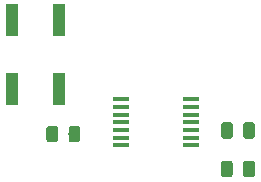
<source format=gbr>
G04 #@! TF.GenerationSoftware,KiCad,Pcbnew,5.1.2*
G04 #@! TF.CreationDate,2019-05-06T11:57:56-05:00*
G04 #@! TF.ProjectId,STM32L011Minimal,53544d33-324c-4303-9131-4d696e696d61,rev?*
G04 #@! TF.SameCoordinates,Original*
G04 #@! TF.FileFunction,Paste,Top*
G04 #@! TF.FilePolarity,Positive*
%FSLAX46Y46*%
G04 Gerber Fmt 4.6, Leading zero omitted, Abs format (unit mm)*
G04 Created by KiCad (PCBNEW 5.1.2) date 2019-05-06 11:57:56*
%MOMM*%
%LPD*%
G04 APERTURE LIST*
%ADD10C,0.100000*%
%ADD11C,0.975000*%
%ADD12R,1.000000X2.800000*%
%ADD13R,1.450000X0.450000*%
G04 APERTURE END LIST*
D10*
G36*
X153332642Y-81851174D02*
G01*
X153356303Y-81854684D01*
X153379507Y-81860496D01*
X153402029Y-81868554D01*
X153423653Y-81878782D01*
X153444170Y-81891079D01*
X153463383Y-81905329D01*
X153481107Y-81921393D01*
X153497171Y-81939117D01*
X153511421Y-81958330D01*
X153523718Y-81978847D01*
X153533946Y-82000471D01*
X153542004Y-82022993D01*
X153547816Y-82046197D01*
X153551326Y-82069858D01*
X153552500Y-82093750D01*
X153552500Y-83006250D01*
X153551326Y-83030142D01*
X153547816Y-83053803D01*
X153542004Y-83077007D01*
X153533946Y-83099529D01*
X153523718Y-83121153D01*
X153511421Y-83141670D01*
X153497171Y-83160883D01*
X153481107Y-83178607D01*
X153463383Y-83194671D01*
X153444170Y-83208921D01*
X153423653Y-83221218D01*
X153402029Y-83231446D01*
X153379507Y-83239504D01*
X153356303Y-83245316D01*
X153332642Y-83248826D01*
X153308750Y-83250000D01*
X152821250Y-83250000D01*
X152797358Y-83248826D01*
X152773697Y-83245316D01*
X152750493Y-83239504D01*
X152727971Y-83231446D01*
X152706347Y-83221218D01*
X152685830Y-83208921D01*
X152666617Y-83194671D01*
X152648893Y-83178607D01*
X152632829Y-83160883D01*
X152618579Y-83141670D01*
X152606282Y-83121153D01*
X152596054Y-83099529D01*
X152587996Y-83077007D01*
X152582184Y-83053803D01*
X152578674Y-83030142D01*
X152577500Y-83006250D01*
X152577500Y-82093750D01*
X152578674Y-82069858D01*
X152582184Y-82046197D01*
X152587996Y-82022993D01*
X152596054Y-82000471D01*
X152606282Y-81978847D01*
X152618579Y-81958330D01*
X152632829Y-81939117D01*
X152648893Y-81921393D01*
X152666617Y-81905329D01*
X152685830Y-81891079D01*
X152706347Y-81878782D01*
X152727971Y-81868554D01*
X152750493Y-81860496D01*
X152773697Y-81854684D01*
X152797358Y-81851174D01*
X152821250Y-81850000D01*
X153308750Y-81850000D01*
X153332642Y-81851174D01*
X153332642Y-81851174D01*
G37*
D11*
X153065000Y-82550000D03*
D10*
G36*
X155207642Y-81851174D02*
G01*
X155231303Y-81854684D01*
X155254507Y-81860496D01*
X155277029Y-81868554D01*
X155298653Y-81878782D01*
X155319170Y-81891079D01*
X155338383Y-81905329D01*
X155356107Y-81921393D01*
X155372171Y-81939117D01*
X155386421Y-81958330D01*
X155398718Y-81978847D01*
X155408946Y-82000471D01*
X155417004Y-82022993D01*
X155422816Y-82046197D01*
X155426326Y-82069858D01*
X155427500Y-82093750D01*
X155427500Y-83006250D01*
X155426326Y-83030142D01*
X155422816Y-83053803D01*
X155417004Y-83077007D01*
X155408946Y-83099529D01*
X155398718Y-83121153D01*
X155386421Y-83141670D01*
X155372171Y-83160883D01*
X155356107Y-83178607D01*
X155338383Y-83194671D01*
X155319170Y-83208921D01*
X155298653Y-83221218D01*
X155277029Y-83231446D01*
X155254507Y-83239504D01*
X155231303Y-83245316D01*
X155207642Y-83248826D01*
X155183750Y-83250000D01*
X154696250Y-83250000D01*
X154672358Y-83248826D01*
X154648697Y-83245316D01*
X154625493Y-83239504D01*
X154602971Y-83231446D01*
X154581347Y-83221218D01*
X154560830Y-83208921D01*
X154541617Y-83194671D01*
X154523893Y-83178607D01*
X154507829Y-83160883D01*
X154493579Y-83141670D01*
X154481282Y-83121153D01*
X154471054Y-83099529D01*
X154462996Y-83077007D01*
X154457184Y-83053803D01*
X154453674Y-83030142D01*
X154452500Y-83006250D01*
X154452500Y-82093750D01*
X154453674Y-82069858D01*
X154457184Y-82046197D01*
X154462996Y-82022993D01*
X154471054Y-82000471D01*
X154481282Y-81978847D01*
X154493579Y-81958330D01*
X154507829Y-81939117D01*
X154523893Y-81921393D01*
X154541617Y-81905329D01*
X154560830Y-81891079D01*
X154581347Y-81878782D01*
X154602971Y-81868554D01*
X154625493Y-81860496D01*
X154648697Y-81854684D01*
X154672358Y-81851174D01*
X154696250Y-81850000D01*
X155183750Y-81850000D01*
X155207642Y-81851174D01*
X155207642Y-81851174D01*
G37*
D11*
X154940000Y-82550000D03*
D10*
G36*
X168117642Y-81551174D02*
G01*
X168141303Y-81554684D01*
X168164507Y-81560496D01*
X168187029Y-81568554D01*
X168208653Y-81578782D01*
X168229170Y-81591079D01*
X168248383Y-81605329D01*
X168266107Y-81621393D01*
X168282171Y-81639117D01*
X168296421Y-81658330D01*
X168308718Y-81678847D01*
X168318946Y-81700471D01*
X168327004Y-81722993D01*
X168332816Y-81746197D01*
X168336326Y-81769858D01*
X168337500Y-81793750D01*
X168337500Y-82706250D01*
X168336326Y-82730142D01*
X168332816Y-82753803D01*
X168327004Y-82777007D01*
X168318946Y-82799529D01*
X168308718Y-82821153D01*
X168296421Y-82841670D01*
X168282171Y-82860883D01*
X168266107Y-82878607D01*
X168248383Y-82894671D01*
X168229170Y-82908921D01*
X168208653Y-82921218D01*
X168187029Y-82931446D01*
X168164507Y-82939504D01*
X168141303Y-82945316D01*
X168117642Y-82948826D01*
X168093750Y-82950000D01*
X167606250Y-82950000D01*
X167582358Y-82948826D01*
X167558697Y-82945316D01*
X167535493Y-82939504D01*
X167512971Y-82931446D01*
X167491347Y-82921218D01*
X167470830Y-82908921D01*
X167451617Y-82894671D01*
X167433893Y-82878607D01*
X167417829Y-82860883D01*
X167403579Y-82841670D01*
X167391282Y-82821153D01*
X167381054Y-82799529D01*
X167372996Y-82777007D01*
X167367184Y-82753803D01*
X167363674Y-82730142D01*
X167362500Y-82706250D01*
X167362500Y-81793750D01*
X167363674Y-81769858D01*
X167367184Y-81746197D01*
X167372996Y-81722993D01*
X167381054Y-81700471D01*
X167391282Y-81678847D01*
X167403579Y-81658330D01*
X167417829Y-81639117D01*
X167433893Y-81621393D01*
X167451617Y-81605329D01*
X167470830Y-81591079D01*
X167491347Y-81578782D01*
X167512971Y-81568554D01*
X167535493Y-81560496D01*
X167558697Y-81554684D01*
X167582358Y-81551174D01*
X167606250Y-81550000D01*
X168093750Y-81550000D01*
X168117642Y-81551174D01*
X168117642Y-81551174D01*
G37*
D11*
X167850000Y-82250000D03*
D10*
G36*
X169992642Y-81551174D02*
G01*
X170016303Y-81554684D01*
X170039507Y-81560496D01*
X170062029Y-81568554D01*
X170083653Y-81578782D01*
X170104170Y-81591079D01*
X170123383Y-81605329D01*
X170141107Y-81621393D01*
X170157171Y-81639117D01*
X170171421Y-81658330D01*
X170183718Y-81678847D01*
X170193946Y-81700471D01*
X170202004Y-81722993D01*
X170207816Y-81746197D01*
X170211326Y-81769858D01*
X170212500Y-81793750D01*
X170212500Y-82706250D01*
X170211326Y-82730142D01*
X170207816Y-82753803D01*
X170202004Y-82777007D01*
X170193946Y-82799529D01*
X170183718Y-82821153D01*
X170171421Y-82841670D01*
X170157171Y-82860883D01*
X170141107Y-82878607D01*
X170123383Y-82894671D01*
X170104170Y-82908921D01*
X170083653Y-82921218D01*
X170062029Y-82931446D01*
X170039507Y-82939504D01*
X170016303Y-82945316D01*
X169992642Y-82948826D01*
X169968750Y-82950000D01*
X169481250Y-82950000D01*
X169457358Y-82948826D01*
X169433697Y-82945316D01*
X169410493Y-82939504D01*
X169387971Y-82931446D01*
X169366347Y-82921218D01*
X169345830Y-82908921D01*
X169326617Y-82894671D01*
X169308893Y-82878607D01*
X169292829Y-82860883D01*
X169278579Y-82841670D01*
X169266282Y-82821153D01*
X169256054Y-82799529D01*
X169247996Y-82777007D01*
X169242184Y-82753803D01*
X169238674Y-82730142D01*
X169237500Y-82706250D01*
X169237500Y-81793750D01*
X169238674Y-81769858D01*
X169242184Y-81746197D01*
X169247996Y-81722993D01*
X169256054Y-81700471D01*
X169266282Y-81678847D01*
X169278579Y-81658330D01*
X169292829Y-81639117D01*
X169308893Y-81621393D01*
X169326617Y-81605329D01*
X169345830Y-81591079D01*
X169366347Y-81578782D01*
X169387971Y-81568554D01*
X169410493Y-81560496D01*
X169433697Y-81554684D01*
X169457358Y-81551174D01*
X169481250Y-81550000D01*
X169968750Y-81550000D01*
X169992642Y-81551174D01*
X169992642Y-81551174D01*
G37*
D11*
X169725000Y-82250000D03*
D10*
G36*
X169992642Y-84801174D02*
G01*
X170016303Y-84804684D01*
X170039507Y-84810496D01*
X170062029Y-84818554D01*
X170083653Y-84828782D01*
X170104170Y-84841079D01*
X170123383Y-84855329D01*
X170141107Y-84871393D01*
X170157171Y-84889117D01*
X170171421Y-84908330D01*
X170183718Y-84928847D01*
X170193946Y-84950471D01*
X170202004Y-84972993D01*
X170207816Y-84996197D01*
X170211326Y-85019858D01*
X170212500Y-85043750D01*
X170212500Y-85956250D01*
X170211326Y-85980142D01*
X170207816Y-86003803D01*
X170202004Y-86027007D01*
X170193946Y-86049529D01*
X170183718Y-86071153D01*
X170171421Y-86091670D01*
X170157171Y-86110883D01*
X170141107Y-86128607D01*
X170123383Y-86144671D01*
X170104170Y-86158921D01*
X170083653Y-86171218D01*
X170062029Y-86181446D01*
X170039507Y-86189504D01*
X170016303Y-86195316D01*
X169992642Y-86198826D01*
X169968750Y-86200000D01*
X169481250Y-86200000D01*
X169457358Y-86198826D01*
X169433697Y-86195316D01*
X169410493Y-86189504D01*
X169387971Y-86181446D01*
X169366347Y-86171218D01*
X169345830Y-86158921D01*
X169326617Y-86144671D01*
X169308893Y-86128607D01*
X169292829Y-86110883D01*
X169278579Y-86091670D01*
X169266282Y-86071153D01*
X169256054Y-86049529D01*
X169247996Y-86027007D01*
X169242184Y-86003803D01*
X169238674Y-85980142D01*
X169237500Y-85956250D01*
X169237500Y-85043750D01*
X169238674Y-85019858D01*
X169242184Y-84996197D01*
X169247996Y-84972993D01*
X169256054Y-84950471D01*
X169266282Y-84928847D01*
X169278579Y-84908330D01*
X169292829Y-84889117D01*
X169308893Y-84871393D01*
X169326617Y-84855329D01*
X169345830Y-84841079D01*
X169366347Y-84828782D01*
X169387971Y-84818554D01*
X169410493Y-84810496D01*
X169433697Y-84804684D01*
X169457358Y-84801174D01*
X169481250Y-84800000D01*
X169968750Y-84800000D01*
X169992642Y-84801174D01*
X169992642Y-84801174D01*
G37*
D11*
X169725000Y-85500000D03*
D10*
G36*
X168117642Y-84801174D02*
G01*
X168141303Y-84804684D01*
X168164507Y-84810496D01*
X168187029Y-84818554D01*
X168208653Y-84828782D01*
X168229170Y-84841079D01*
X168248383Y-84855329D01*
X168266107Y-84871393D01*
X168282171Y-84889117D01*
X168296421Y-84908330D01*
X168308718Y-84928847D01*
X168318946Y-84950471D01*
X168327004Y-84972993D01*
X168332816Y-84996197D01*
X168336326Y-85019858D01*
X168337500Y-85043750D01*
X168337500Y-85956250D01*
X168336326Y-85980142D01*
X168332816Y-86003803D01*
X168327004Y-86027007D01*
X168318946Y-86049529D01*
X168308718Y-86071153D01*
X168296421Y-86091670D01*
X168282171Y-86110883D01*
X168266107Y-86128607D01*
X168248383Y-86144671D01*
X168229170Y-86158921D01*
X168208653Y-86171218D01*
X168187029Y-86181446D01*
X168164507Y-86189504D01*
X168141303Y-86195316D01*
X168117642Y-86198826D01*
X168093750Y-86200000D01*
X167606250Y-86200000D01*
X167582358Y-86198826D01*
X167558697Y-86195316D01*
X167535493Y-86189504D01*
X167512971Y-86181446D01*
X167491347Y-86171218D01*
X167470830Y-86158921D01*
X167451617Y-86144671D01*
X167433893Y-86128607D01*
X167417829Y-86110883D01*
X167403579Y-86091670D01*
X167391282Y-86071153D01*
X167381054Y-86049529D01*
X167372996Y-86027007D01*
X167367184Y-86003803D01*
X167363674Y-85980142D01*
X167362500Y-85956250D01*
X167362500Y-85043750D01*
X167363674Y-85019858D01*
X167367184Y-84996197D01*
X167372996Y-84972993D01*
X167381054Y-84950471D01*
X167391282Y-84928847D01*
X167403579Y-84908330D01*
X167417829Y-84889117D01*
X167433893Y-84871393D01*
X167451617Y-84855329D01*
X167470830Y-84841079D01*
X167491347Y-84828782D01*
X167512971Y-84818554D01*
X167535493Y-84810496D01*
X167558697Y-84804684D01*
X167582358Y-84801174D01*
X167606250Y-84800000D01*
X168093750Y-84800000D01*
X168117642Y-84801174D01*
X168117642Y-84801174D01*
G37*
D11*
X167850000Y-85500000D03*
D12*
X153670000Y-72940000D03*
X153670000Y-78740000D03*
X149670000Y-72940000D03*
X149670000Y-78740000D03*
D13*
X158905001Y-79615001D03*
X158905001Y-80265001D03*
X158905001Y-80915001D03*
X158905001Y-81565001D03*
X158905001Y-82215001D03*
X158905001Y-82865001D03*
X158905001Y-83515001D03*
X164805001Y-83515001D03*
X164805001Y-82865001D03*
X164805001Y-82215001D03*
X164805001Y-81565001D03*
X164805001Y-80915001D03*
X164805001Y-80265001D03*
X164805001Y-79615001D03*
M02*

</source>
